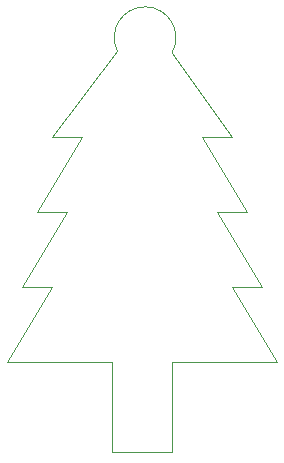
<source format=gbr>
G04 #@! TF.GenerationSoftware,KiCad,Pcbnew,(5.1.4)-1*
G04 #@! TF.CreationDate,2020-11-14T13:58:59-05:00*
G04 #@! TF.ProjectId,circuit,63697263-7569-4742-9e6b-696361645f70,rev?*
G04 #@! TF.SameCoordinates,Original*
G04 #@! TF.FileFunction,Profile,NP*
%FSLAX46Y46*%
G04 Gerber Fmt 4.6, Leading zero omitted, Abs format (unit mm)*
G04 Created by KiCad (PCBNEW (5.1.4)-1) date 2020-11-14 13:58:59*
%MOMM*%
%LPD*%
G04 APERTURE LIST*
%ADD10C,0.050000*%
G04 APERTURE END LIST*
D10*
X71120000Y-53340000D02*
X66040000Y-46227999D01*
X68580000Y-53340000D02*
X71120000Y-53340000D01*
X72390000Y-59690000D02*
X68580000Y-53340000D01*
X69850000Y-59690000D02*
X72390000Y-59690000D01*
X73660000Y-66040000D02*
X69850000Y-59690000D01*
X71120000Y-66040000D02*
X73660000Y-66040000D01*
X74930000Y-72390000D02*
X71120000Y-66040000D01*
X66040000Y-72390000D02*
X74930000Y-72390000D01*
X66040000Y-80010000D02*
X66040000Y-72390000D01*
X55880000Y-53340000D02*
X61414660Y-46123860D01*
X58420000Y-53340000D02*
X55880000Y-53340000D01*
X54610000Y-59690000D02*
X58420000Y-53340000D01*
X57150000Y-59690000D02*
X54610000Y-59690000D01*
X53340000Y-66040000D02*
X57150000Y-59690000D01*
X54610000Y-66040000D02*
X53340000Y-66040000D01*
X55880000Y-66040000D02*
X54610000Y-66040000D01*
X52070000Y-72390000D02*
X55880000Y-66040000D01*
X60960000Y-72390000D02*
X52070000Y-72390000D01*
X60960000Y-80010000D02*
X60960000Y-72390000D01*
X66040000Y-80010000D02*
X60960000Y-80010000D01*
X61414994Y-46127506D02*
G75*
G02X66040000Y-46227999I2339006J1169506D01*
G01*
M02*

</source>
